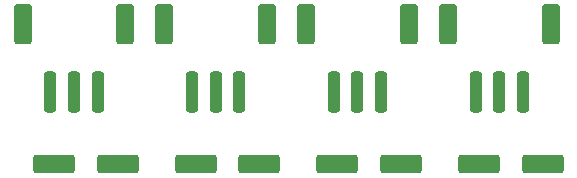
<source format=gbr>
%TF.GenerationSoftware,KiCad,Pcbnew,6.0.0*%
%TF.CreationDate,2022-01-04T21:54:10+01:00*%
%TF.ProjectId,mini_light_control,6d696e69-5f6c-4696-9768-745f636f6e74,v1.0*%
%TF.SameCoordinates,Original*%
%TF.FileFunction,Paste,Top*%
%TF.FilePolarity,Positive*%
%FSLAX46Y46*%
G04 Gerber Fmt 4.6, Leading zero omitted, Abs format (unit mm)*
G04 Created by KiCad (PCBNEW 6.0.0) date 2022-01-04 21:54:10*
%MOMM*%
%LPD*%
G01*
G04 APERTURE LIST*
G04 Aperture macros list*
%AMRoundRect*
0 Rectangle with rounded corners*
0 $1 Rounding radius*
0 $2 $3 $4 $5 $6 $7 $8 $9 X,Y pos of 4 corners*
0 Add a 4 corners polygon primitive as box body*
4,1,4,$2,$3,$4,$5,$6,$7,$8,$9,$2,$3,0*
0 Add four circle primitives for the rounded corners*
1,1,$1+$1,$2,$3*
1,1,$1+$1,$4,$5*
1,1,$1+$1,$6,$7*
1,1,$1+$1,$8,$9*
0 Add four rect primitives between the rounded corners*
20,1,$1+$1,$2,$3,$4,$5,0*
20,1,$1+$1,$4,$5,$6,$7,0*
20,1,$1+$1,$6,$7,$8,$9,0*
20,1,$1+$1,$8,$9,$2,$3,0*%
G04 Aperture macros list end*
%ADD10RoundRect,0.250000X1.500000X0.550000X-1.500000X0.550000X-1.500000X-0.550000X1.500000X-0.550000X0*%
%ADD11RoundRect,0.250000X0.250000X1.500000X-0.250000X1.500000X-0.250000X-1.500000X0.250000X-1.500000X0*%
%ADD12RoundRect,0.250001X0.499999X1.449999X-0.499999X1.449999X-0.499999X-1.449999X0.499999X-1.449999X0*%
G04 APERTURE END LIST*
D10*
%TO.C,C12*%
X141700000Y-49000000D03*
X136300000Y-49000000D03*
%TD*%
%TO.C,C13*%
X153700000Y-49000000D03*
X148300000Y-49000000D03*
%TD*%
%TO.C,C7*%
X129700000Y-49000000D03*
X124300000Y-49000000D03*
%TD*%
D11*
%TO.C,J4*%
X116000000Y-42850000D03*
X114000000Y-42850000D03*
X112000000Y-42850000D03*
D12*
X109650000Y-37100000D03*
X118350000Y-37100000D03*
%TD*%
D10*
%TO.C,C6*%
X117700000Y-49000000D03*
X112300000Y-49000000D03*
%TD*%
D11*
%TO.C,J8*%
X140000000Y-42850000D03*
X138000000Y-42850000D03*
X136000000Y-42850000D03*
D12*
X133650000Y-37100000D03*
X142350000Y-37100000D03*
%TD*%
D11*
%TO.C,J9*%
X152000000Y-42850000D03*
X150000000Y-42850000D03*
X148000000Y-42850000D03*
D12*
X154350000Y-37100000D03*
X145650000Y-37100000D03*
%TD*%
D11*
%TO.C,J5*%
X128000000Y-42850000D03*
X126000000Y-42850000D03*
X124000000Y-42850000D03*
D12*
X130350000Y-37100000D03*
X121650000Y-37100000D03*
%TD*%
M02*

</source>
